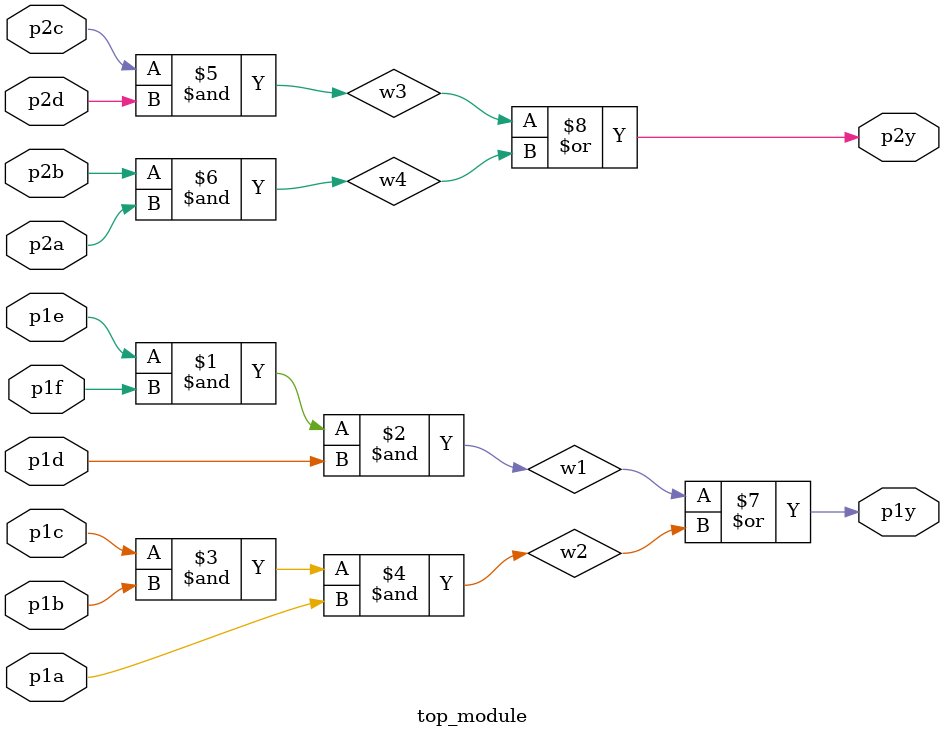
<source format=v>
module top_module ( 
    input p1a, p1b, p1c, p1d, p1e, p1f,
    output p1y,
    input p2a, p2b, p2c, p2d,
    output p2y );
	
    /*method 01 
    assign p1y = (p1e&p1f&p1d) | (p1c&p1b&p1a);
    assign p2y = (p2c&p2d) | (p2b&p2a);
    */
    
    /*method 02 */
    wire w1, w2, w3, w4;
    assign w1 = p1e&p1f&p1d;
    assign w2 = p1c&p1b&p1a;
    assign w3 = p2c&p2d;
    assign w4 = p2b&p2a;
    
    assign p1y = w1 | w2;
    assign p2y = w3 | w4;

endmodule

</source>
